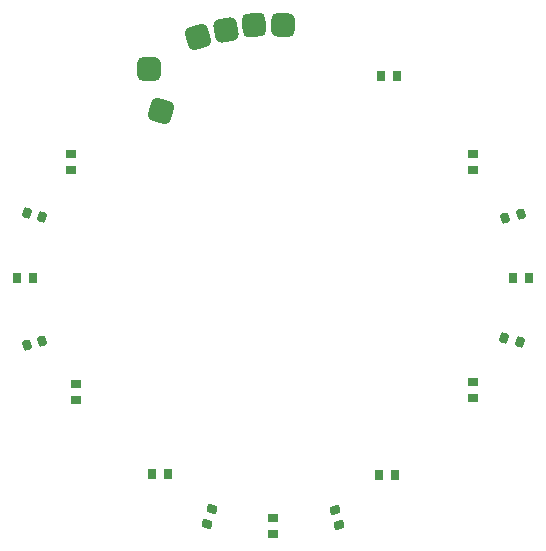
<source format=gbr>
%TF.GenerationSoftware,KiCad,Pcbnew,7.0.6*%
%TF.CreationDate,2023-08-09T16:46:24+09:30*%
%TF.ProjectId,interior-lighting,696e7465-7269-46f7-922d-6c6967687469,V1.0*%
%TF.SameCoordinates,Original*%
%TF.FileFunction,Paste,Bot*%
%TF.FilePolarity,Positive*%
%FSLAX46Y46*%
G04 Gerber Fmt 4.6, Leading zero omitted, Abs format (unit mm)*
G04 Created by KiCad (PCBNEW 7.0.6) date 2023-08-09 16:46:24*
%MOMM*%
%LPD*%
G01*
G04 APERTURE LIST*
G04 Aperture macros list*
%AMRoundRect*
0 Rectangle with rounded corners*
0 $1 Rounding radius*
0 $2 $3 $4 $5 $6 $7 $8 $9 X,Y pos of 4 corners*
0 Add a 4 corners polygon primitive as box body*
4,1,4,$2,$3,$4,$5,$6,$7,$8,$9,$2,$3,0*
0 Add four circle primitives for the rounded corners*
1,1,$1+$1,$2,$3*
1,1,$1+$1,$4,$5*
1,1,$1+$1,$6,$7*
1,1,$1+$1,$8,$9*
0 Add four rect primitives between the rounded corners*
20,1,$1+$1,$2,$3,$4,$5,0*
20,1,$1+$1,$4,$5,$6,$7,0*
20,1,$1+$1,$6,$7,$8,$9,0*
20,1,$1+$1,$8,$9,$2,$3,0*%
G04 Aperture macros list end*
%ADD10RoundRect,0.180000X-0.255000X0.180000X-0.255000X-0.180000X0.255000X-0.180000X0.255000X0.180000X0*%
%ADD11RoundRect,0.180000X-0.239866X-0.199724X0.107868X-0.292899X0.239866X0.199724X-0.107868X0.292899X0*%
%ADD12RoundRect,0.180000X-0.180000X-0.255000X0.180000X-0.255000X0.180000X0.255000X-0.180000X0.255000X0*%
%ADD13RoundRect,0.180000X-0.107868X-0.292899X0.239866X-0.199724X0.107868X0.292899X-0.239866X0.199724X0*%
%ADD14RoundRect,0.180000X0.255000X-0.180000X0.255000X0.180000X-0.255000X0.180000X-0.255000X-0.180000X0*%
%ADD15RoundRect,0.180000X0.199724X-0.239866X0.292899X0.107868X-0.199724X0.239866X-0.292899X-0.107868X0*%
%ADD16RoundRect,0.180000X0.292899X-0.107868X0.199724X0.239866X-0.292899X0.107868X-0.199724X-0.239866X0*%
%ADD17RoundRect,0.180000X0.180000X0.255000X-0.180000X0.255000X-0.180000X-0.255000X0.180000X-0.255000X0*%
%ADD18RoundRect,0.180000X0.239866X0.199724X-0.107868X0.292899X-0.239866X-0.199724X0.107868X-0.292899X0*%
%ADD19RoundRect,0.180000X0.107868X0.292899X-0.239866X0.199724X-0.107868X-0.292899X0.239866X-0.199724X0*%
%ADD20RoundRect,0.500000X-0.405580X-0.579228X0.579228X-0.405580X0.405580X0.579228X-0.579228X0.405580X0*%
%ADD21RoundRect,0.500000X-0.353553X-0.612372X0.612372X-0.353553X0.353553X0.612372X-0.612372X0.353553X0*%
%ADD22RoundRect,0.500000X0.612372X0.353553X-0.353553X0.612372X-0.612372X-0.353553X0.353553X-0.612372X0*%
%ADD23RoundRect,0.500000X-0.454519X-0.541675X0.541675X-0.454519X0.454519X0.541675X-0.541675X0.454519X0*%
%ADD24RoundRect,0.500000X0.517145X0.482246X-0.482246X0.517145X-0.517145X-0.482246X0.482246X-0.517145X0*%
%ADD25RoundRect,0.500000X0.500000X0.500000X-0.500000X0.500000X-0.500000X-0.500000X0.500000X-0.500000X0*%
G04 APERTURE END LIST*
D10*
%TO.C,C21*%
X82900000Y-90875000D03*
X82900000Y-89525000D03*
%TD*%
D11*
%TO.C,C20*%
X80452000Y-94874703D03*
X79148000Y-94525297D03*
%TD*%
D12*
%TO.C,C19*%
X79675000Y-100000000D03*
X78325000Y-100000000D03*
%TD*%
D13*
%TO.C,C18*%
X80452000Y-105325297D03*
X79148000Y-105674703D03*
%TD*%
D14*
%TO.C,C17*%
X83300000Y-109025000D03*
X83300000Y-110375000D03*
%TD*%
D12*
%TO.C,C15*%
X91075000Y-116600000D03*
X89725000Y-116600000D03*
%TD*%
D15*
%TO.C,C14*%
X94774703Y-119548000D03*
X94425297Y-120852000D03*
%TD*%
D14*
%TO.C,C13*%
X100000000Y-120325000D03*
X100000000Y-121675000D03*
%TD*%
D16*
%TO.C,C12*%
X105225297Y-119648000D03*
X105574703Y-120952000D03*
%TD*%
D17*
%TO.C,C11*%
X108925000Y-116700000D03*
X110275000Y-116700000D03*
%TD*%
D14*
%TO.C,C9*%
X116900000Y-108825000D03*
X116900000Y-110175000D03*
%TD*%
D18*
%TO.C,C8*%
X119548000Y-105125297D03*
X120852000Y-105474703D03*
%TD*%
D17*
%TO.C,C7*%
X120325000Y-100000000D03*
X121675000Y-100000000D03*
%TD*%
D19*
%TO.C,C6*%
X119648000Y-94974703D03*
X120952000Y-94625297D03*
%TD*%
D10*
%TO.C,C5*%
X116900000Y-90875000D03*
X116900000Y-89525000D03*
%TD*%
D17*
%TO.C,C3*%
X109125000Y-82900000D03*
X110475000Y-82900000D03*
%TD*%
D20*
%TO.C,P6*%
X96000000Y-79050000D03*
%TD*%
D21*
%TO.C,P5*%
X93600000Y-79650000D03*
%TD*%
D22*
%TO.C,P4*%
X90500000Y-85900000D03*
%TD*%
D23*
%TO.C,P3*%
X98400000Y-78650000D03*
%TD*%
D24*
%TO.C,P2*%
X100800000Y-78650000D03*
%TD*%
D25*
%TO.C,P1*%
X89500000Y-82300000D03*
%TD*%
M02*

</source>
